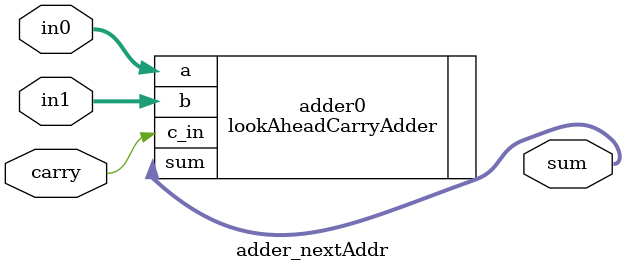
<source format=v>
module nextAddr #(parameter N = 32)(
	input [N-1:0] rt,rs,
	input [29:0] pc,
	input [25:0] jta,
	input [1:0] PCSrc,BrType,
	output [29:0] incPC,nxtPC
);

/*
		input [N-1:0]a,b,
		input c_in,
		output  [N-1:0]sum,
		output  c_out
*/

wire [29:0] adder_in_a;
wire BrTrue;

assign BrTrue = (~BrType[1] & ~BrType[0]) ? 1'b0 :								// No branching
					 (~BrType[1] & BrType[0]) ? ((rs == rt) ? 1'b1:1'b0):		// beq
					 (BrType[1] & ~BrType[0]) ? ((rs != rt) ? 1'b1:1'b0):		// bne
					 ((rs < 0) ? 1'b1 : 1'b0);											// bltz
					 
					 
assign adder_in_a = (BrTrue) ? ({{14{jta[15]}},jta[15:0]}) : {30{1'b0}}; // Signed Extension of LSB 16-bits of JTA (Jump Target Address)

adder_nextAddr add0(.in0(adder_in_a), .in1(pc), .carry(1'b1), .sum(incPC));

// NextPC

nextPCMUX nextPcGen(.sel(PCSrc), .in0(incPC), .in1({pc[29:26],jta}), .in2(rs[31:2]), .in3({30{1'bx}}), .out(nxtPC));

endmodule




module nextPCMUX(
	input [29:0] in0,in1,in2,in3,
	input [1:0] sel,
	output [29:0] out
);


assign out = (sel == 0) ? in0 :
             (sel == 1) ? in1 :
             (sel == 2) ? in2 :
                          in3;

endmodule

module adder_nextAddr(
	input [29:0] in0, in1,
	input carry,
	output [29:0] sum
);
lookAheadCarryAdder #(30) adder0(.a(in0), .b(in1), .c_in(carry), .sum(sum));

endmodule

</source>
